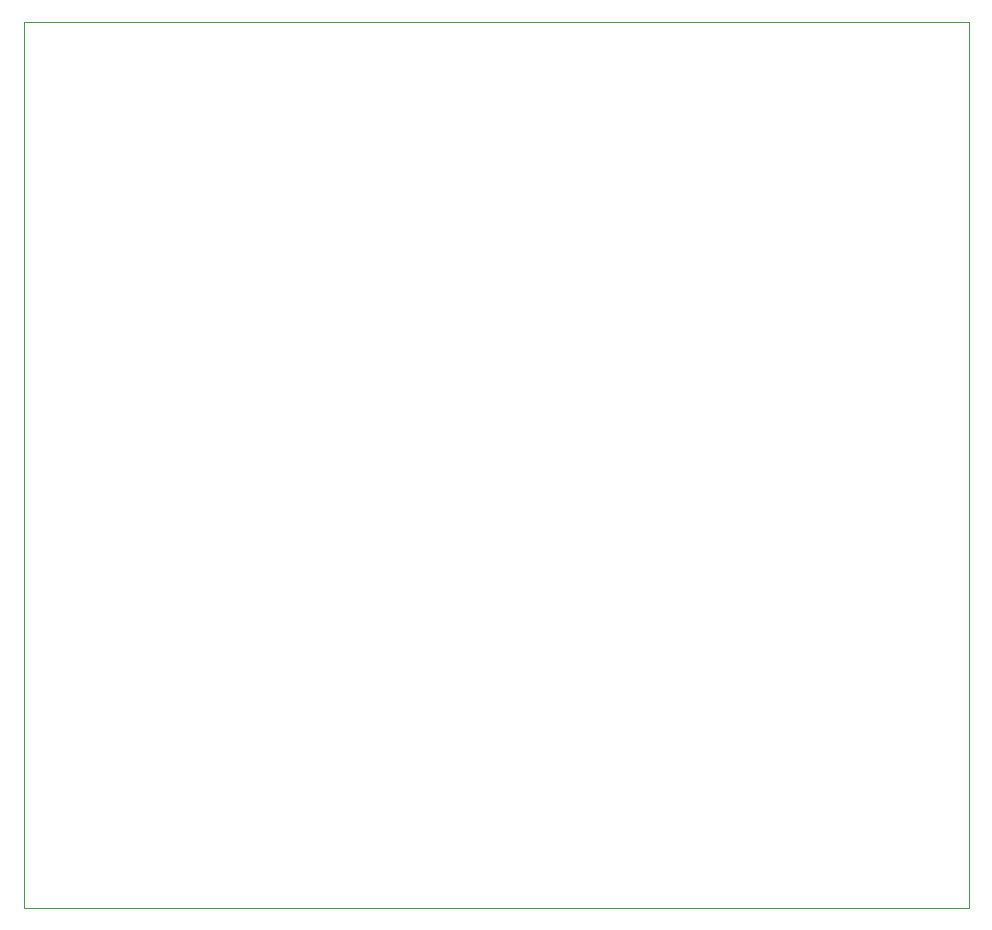
<source format=gbr>
G04 #@! TF.FileFunction,Profile,NP*
%FSLAX46Y46*%
G04 Gerber Fmt 4.6, Leading zero omitted, Abs format (unit mm)*
G04 Created by KiCad (PCBNEW 4.0.4+dfsg1-stable) date Wed Oct 11 10:07:52 2017*
%MOMM*%
%LPD*%
G01*
G04 APERTURE LIST*
%ADD10C,0.100000*%
%ADD11C,0.025000*%
G04 APERTURE END LIST*
D10*
D11*
X112555000Y-64100000D02*
X192555000Y-64100000D01*
X192555000Y-64100000D02*
X192555000Y-139100000D01*
X192555000Y-139100000D02*
X112555000Y-139100000D01*
X112555000Y-139100000D02*
X112555000Y-64100000D01*
M02*

</source>
